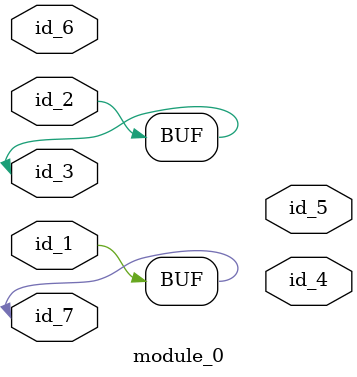
<source format=v>
`timescale 1ps / 1 ps
module module_0 (
    id_1,
    id_2,
    id_3,
    id_4,
    id_5,
    id_6,
    id_7
);
  inout id_7;
  inout id_6;
  output id_5;
  output id_4;
  inout id_3;
  inout id_2;
  inout id_1;
  assign id_3 = id_2;
  assign id_7 = id_1;
endmodule

</source>
